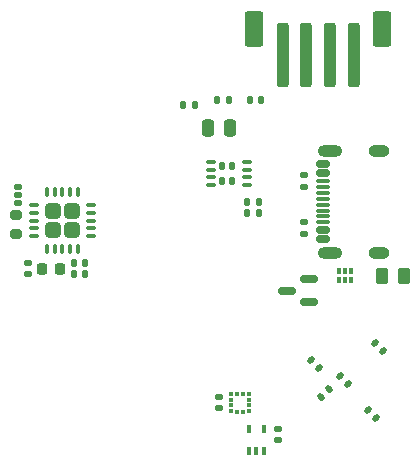
<source format=gbr>
%TF.GenerationSoftware,KiCad,Pcbnew,8.0.7*%
%TF.CreationDate,2024-12-18T08:34:55+08:00*%
%TF.ProjectId,SB-main-board,53422d6d-6169-46e2-9d62-6f6172642e6b,B1*%
%TF.SameCoordinates,Original*%
%TF.FileFunction,Paste,Bot*%
%TF.FilePolarity,Positive*%
%FSLAX46Y46*%
G04 Gerber Fmt 4.6, Leading zero omitted, Abs format (unit mm)*
G04 Created by KiCad (PCBNEW 8.0.7) date 2024-12-18 08:34:55*
%MOMM*%
%LPD*%
G01*
G04 APERTURE LIST*
G04 Aperture macros list*
%AMRoundRect*
0 Rectangle with rounded corners*
0 $1 Rounding radius*
0 $2 $3 $4 $5 $6 $7 $8 $9 X,Y pos of 4 corners*
0 Add a 4 corners polygon primitive as box body*
4,1,4,$2,$3,$4,$5,$6,$7,$8,$9,$2,$3,0*
0 Add four circle primitives for the rounded corners*
1,1,$1+$1,$2,$3*
1,1,$1+$1,$4,$5*
1,1,$1+$1,$6,$7*
1,1,$1+$1,$8,$9*
0 Add four rect primitives between the rounded corners*
20,1,$1+$1,$2,$3,$4,$5,0*
20,1,$1+$1,$4,$5,$6,$7,0*
20,1,$1+$1,$6,$7,$8,$9,0*
20,1,$1+$1,$8,$9,$2,$3,0*%
G04 Aperture macros list end*
%ADD10RoundRect,0.140000X-0.219203X-0.021213X-0.021213X-0.219203X0.219203X0.021213X0.021213X0.219203X0*%
%ADD11RoundRect,0.250000X-0.405000X-0.405000X0.405000X-0.405000X0.405000X0.405000X-0.405000X0.405000X0*%
%ADD12RoundRect,0.075000X-0.337500X-0.075000X0.337500X-0.075000X0.337500X0.075000X-0.337500X0.075000X0*%
%ADD13RoundRect,0.075000X-0.075000X-0.337500X0.075000X-0.337500X0.075000X0.337500X-0.075000X0.337500X0*%
%ADD14RoundRect,0.200000X-0.275000X0.200000X-0.275000X-0.200000X0.275000X-0.200000X0.275000X0.200000X0*%
%ADD15RoundRect,0.140000X-0.170000X0.140000X-0.170000X-0.140000X0.170000X-0.140000X0.170000X0.140000X0*%
%ADD16RoundRect,0.140000X-0.140000X-0.170000X0.140000X-0.170000X0.140000X0.170000X-0.140000X0.170000X0*%
%ADD17RoundRect,0.135000X-0.185000X0.135000X-0.185000X-0.135000X0.185000X-0.135000X0.185000X0.135000X0*%
%ADD18RoundRect,0.250000X-0.262500X-0.450000X0.262500X-0.450000X0.262500X0.450000X-0.262500X0.450000X0*%
%ADD19RoundRect,0.140000X0.021213X-0.219203X0.219203X-0.021213X-0.021213X0.219203X-0.219203X0.021213X0*%
%ADD20RoundRect,0.140000X0.219203X0.021213X0.021213X0.219203X-0.219203X-0.021213X-0.021213X-0.219203X0*%
%ADD21RoundRect,0.218750X0.218750X0.256250X-0.218750X0.256250X-0.218750X-0.256250X0.218750X-0.256250X0*%
%ADD22RoundRect,0.250000X-0.250000X-2.500000X0.250000X-2.500000X0.250000X2.500000X-0.250000X2.500000X0*%
%ADD23RoundRect,0.250000X-0.550000X-1.250000X0.550000X-1.250000X0.550000X1.250000X-0.550000X1.250000X0*%
%ADD24RoundRect,0.250000X-0.250000X-0.475000X0.250000X-0.475000X0.250000X0.475000X-0.250000X0.475000X0*%
%ADD25RoundRect,0.150000X0.587500X0.150000X-0.587500X0.150000X-0.587500X-0.150000X0.587500X-0.150000X0*%
%ADD26RoundRect,0.140000X0.140000X0.170000X-0.140000X0.170000X-0.140000X-0.170000X0.140000X-0.170000X0*%
%ADD27RoundRect,0.150000X-0.425000X0.150000X-0.425000X-0.150000X0.425000X-0.150000X0.425000X0.150000X0*%
%ADD28RoundRect,0.075000X-0.500000X0.075000X-0.500000X-0.075000X0.500000X-0.075000X0.500000X0.075000X0*%
%ADD29O,1.800000X1.000000*%
%ADD30O,2.100000X1.000000*%
%ADD31RoundRect,0.135000X0.135000X0.185000X-0.135000X0.185000X-0.135000X-0.185000X0.135000X-0.185000X0*%
%ADD32RoundRect,0.100000X0.100000X-0.225000X0.100000X0.225000X-0.100000X0.225000X-0.100000X-0.225000X0*%
%ADD33RoundRect,0.075000X0.340000X0.075000X-0.340000X0.075000X-0.340000X-0.075000X0.340000X-0.075000X0*%
%ADD34RoundRect,0.127500X0.127500X0.190000X-0.127500X0.190000X-0.127500X-0.190000X0.127500X-0.190000X0*%
%ADD35RoundRect,0.135000X0.185000X-0.135000X0.185000X0.135000X-0.185000X0.135000X-0.185000X-0.135000X0*%
%ADD36R,0.375000X0.350000*%
%ADD37R,0.350000X0.375000*%
%ADD38RoundRect,0.037500X0.087500X0.237500X-0.087500X0.237500X-0.087500X-0.237500X0.087500X-0.237500X0*%
%ADD39RoundRect,0.060000X0.140000X0.215000X-0.140000X0.215000X-0.140000X-0.215000X0.140000X-0.215000X0*%
G04 APERTURE END LIST*
D10*
%TO.C,C5*%
X116458621Y-98587406D03*
X117137443Y-99266228D03*
%TD*%
D11*
%TO.C,U9*%
X94620330Y-85985664D03*
X94620330Y-87605664D03*
X96240330Y-85985664D03*
X96240330Y-87605664D03*
D12*
X92992830Y-88095664D03*
X92992830Y-87445664D03*
X92992830Y-86795664D03*
X92992830Y-86145664D03*
X92992830Y-85495664D03*
D13*
X94130330Y-84358164D03*
X94780330Y-84358164D03*
X95430330Y-84358164D03*
X96080330Y-84358164D03*
X96730330Y-84358164D03*
D12*
X97867830Y-85495664D03*
X97867830Y-86145664D03*
X97867830Y-86795664D03*
X97867830Y-87445664D03*
X97867830Y-88095664D03*
D13*
X96730330Y-89233164D03*
X96080330Y-89233164D03*
X95430330Y-89233164D03*
X94780330Y-89233164D03*
X94130330Y-89233164D03*
%TD*%
D14*
%TO.C,R17*%
X91466330Y-86295664D03*
X91466330Y-87945664D03*
%TD*%
D15*
%TO.C,C30*%
X108712829Y-101715664D03*
X108712829Y-102675664D03*
%TD*%
D16*
%TO.C,C31*%
X96382832Y-90405665D03*
X97342832Y-90405665D03*
%TD*%
%TO.C,C23*%
X108536122Y-76561165D03*
X109496122Y-76561165D03*
%TD*%
D17*
%TO.C,R9*%
X115866722Y-82923665D03*
X115866722Y-83943665D03*
%TD*%
D18*
%TO.C,R7*%
X122509422Y-91485664D03*
X124334422Y-91485664D03*
%TD*%
D19*
%TO.C,C9*%
X117307149Y-101728450D03*
X117985971Y-101049628D03*
%TD*%
D10*
%TO.C,C10*%
X121869508Y-97166091D03*
X122548330Y-97844913D03*
%TD*%
D20*
%TO.C,C4*%
X119599666Y-100597079D03*
X118920844Y-99918257D03*
%TD*%
D16*
%TO.C,C32*%
X96382832Y-91325664D03*
X97342832Y-91325664D03*
%TD*%
D21*
%TO.C,FB1*%
X95242831Y-90865664D03*
X93667829Y-90865664D03*
%TD*%
D22*
%TO.C,J3*%
X120076330Y-72805664D03*
X118076330Y-72805664D03*
X116076330Y-72805664D03*
X114076330Y-72805664D03*
D23*
X122476330Y-70555664D03*
X111676330Y-70555664D03*
%TD*%
D24*
%TO.C,C26*%
X107737723Y-78946165D03*
X109637723Y-78946165D03*
%TD*%
D25*
%TO.C,U10*%
X116340330Y-91765664D03*
X116340330Y-93665664D03*
X114465330Y-92715664D03*
%TD*%
D15*
%TO.C,C29*%
X113720330Y-104405664D03*
X113720330Y-105365664D03*
%TD*%
D26*
%TO.C,C24*%
X112239322Y-76561165D03*
X111279322Y-76561165D03*
%TD*%
D10*
%TO.C,C8*%
X121298023Y-102861122D03*
X121976845Y-103539944D03*
%TD*%
D27*
%TO.C,J2*%
X117507722Y-81993664D03*
X117507722Y-82793664D03*
D28*
X117507722Y-83943664D03*
X117507722Y-84943664D03*
X117507722Y-85443664D03*
X117507722Y-86443664D03*
D27*
X117507722Y-87593664D03*
X117507722Y-88393664D03*
X117507722Y-88393664D03*
X117507722Y-87593664D03*
D28*
X117507722Y-86943664D03*
X117507722Y-85943664D03*
X117507722Y-84443664D03*
X117507722Y-83443664D03*
D27*
X117507722Y-82793664D03*
X117507722Y-81993664D03*
D29*
X122262722Y-80873664D03*
D30*
X118082722Y-80873664D03*
D29*
X122262722Y-89513664D03*
D30*
X118082722Y-89513664D03*
%TD*%
D31*
%TO.C,R19*%
X112105330Y-85185664D03*
X111085330Y-85185664D03*
%TD*%
D32*
%TO.C,U7*%
X112492830Y-106305664D03*
X111842830Y-106305663D03*
X111192830Y-106305664D03*
X111192830Y-104405664D03*
X112492830Y-104405664D03*
%TD*%
D26*
%TO.C,C25*%
X106637722Y-76983665D03*
X105677722Y-76983665D03*
%TD*%
D15*
%TO.C,S1*%
X91706330Y-83930664D03*
X91706330Y-84616464D03*
X91706330Y-85302264D03*
%TD*%
D33*
%TO.C,Q1*%
X111085330Y-83772964D03*
X111085330Y-83122964D03*
X111085330Y-82472964D03*
X111085330Y-81822964D03*
D34*
X109765330Y-83423964D03*
X109765330Y-82171964D03*
X108905330Y-83423964D03*
X108905330Y-82171964D03*
D33*
X107975330Y-83772964D03*
X107975330Y-83122964D03*
X107975330Y-82472964D03*
X107975330Y-81822964D03*
%TD*%
D31*
%TO.C,R20*%
X112105330Y-86155664D03*
X111085330Y-86155664D03*
%TD*%
D15*
%TO.C,C36*%
X92492832Y-90365664D03*
X92492832Y-91325664D03*
%TD*%
D35*
%TO.C,R8*%
X115866722Y-87963663D03*
X115866722Y-86943663D03*
%TD*%
D36*
%TO.C,U8*%
X111192830Y-101445664D03*
X111192830Y-101945664D03*
X111192830Y-102445664D03*
X111192830Y-102945664D03*
D37*
X110680330Y-102958164D03*
X110180330Y-102958164D03*
D36*
X109667830Y-102945664D03*
X109667830Y-102445664D03*
X109667830Y-101945664D03*
X109667830Y-101445664D03*
D37*
X110180330Y-101433164D03*
X110680330Y-101433164D03*
%TD*%
D38*
%TO.C,D3*%
X119840520Y-91815664D03*
X119340520Y-91815664D03*
D39*
X118840520Y-91815664D03*
X118840520Y-91045664D03*
D38*
X119340520Y-91045664D03*
X119840520Y-91045664D03*
%TD*%
M02*

</source>
